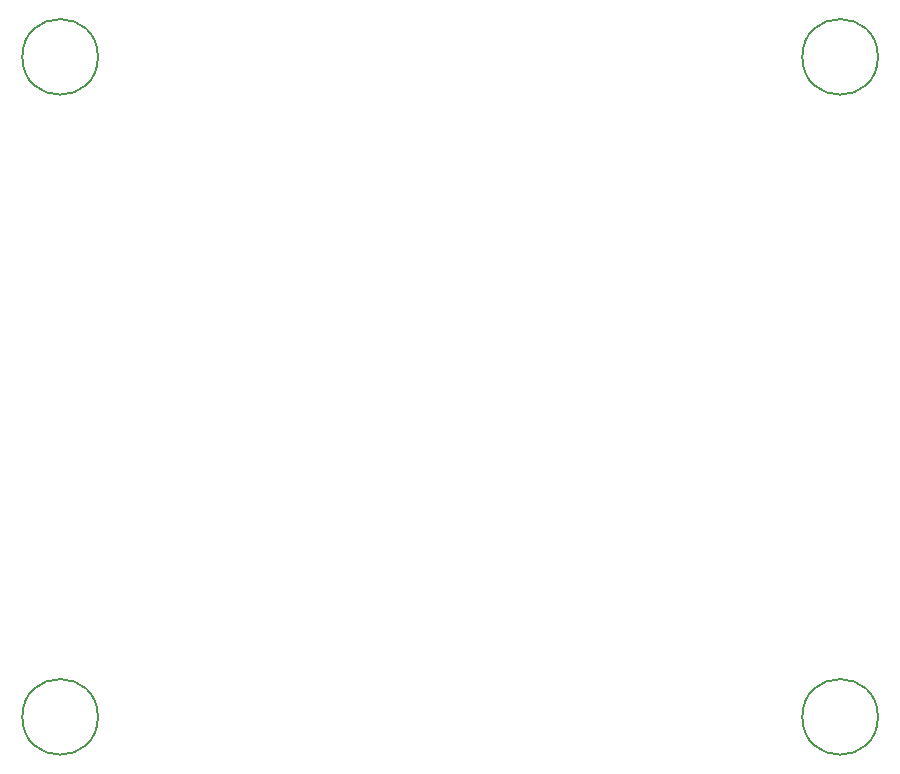
<source format=gbr>
%TF.GenerationSoftware,KiCad,Pcbnew,8.0.6*%
%TF.CreationDate,2025-03-08T18:58:06-08:00*%
%TF.ProjectId,8CH Thermal Monitor,38434820-5468-4657-926d-616c204d6f6e,rev?*%
%TF.SameCoordinates,PX7df6180PY8670810*%
%TF.FileFunction,Other,Comment*%
%FSLAX46Y46*%
G04 Gerber Fmt 4.6, Leading zero omitted, Abs format (unit mm)*
G04 Created by KiCad (PCBNEW 8.0.6) date 2025-03-08 18:58:06*
%MOMM*%
%LPD*%
G01*
G04 APERTURE LIST*
%ADD10C,0.150000*%
G04 APERTURE END LIST*
D10*
%TO.C,REF\u002A\u002A*%
X9550000Y62230000D02*
G75*
G02*
X3150000Y62230000I-3200000J0D01*
G01*
X3150000Y62230000D02*
G75*
G02*
X9550000Y62230000I3200000J0D01*
G01*
X9550000Y6350000D02*
G75*
G02*
X3150000Y6350000I-3200000J0D01*
G01*
X3150000Y6350000D02*
G75*
G02*
X9550000Y6350000I3200000J0D01*
G01*
X75590000Y62230000D02*
G75*
G02*
X69190000Y62230000I-3200000J0D01*
G01*
X69190000Y62230000D02*
G75*
G02*
X75590000Y62230000I3200000J0D01*
G01*
X75590000Y6350000D02*
G75*
G02*
X69190000Y6350000I-3200000J0D01*
G01*
X69190000Y6350000D02*
G75*
G02*
X75590000Y6350000I3200000J0D01*
G01*
%TD*%
M02*

</source>
